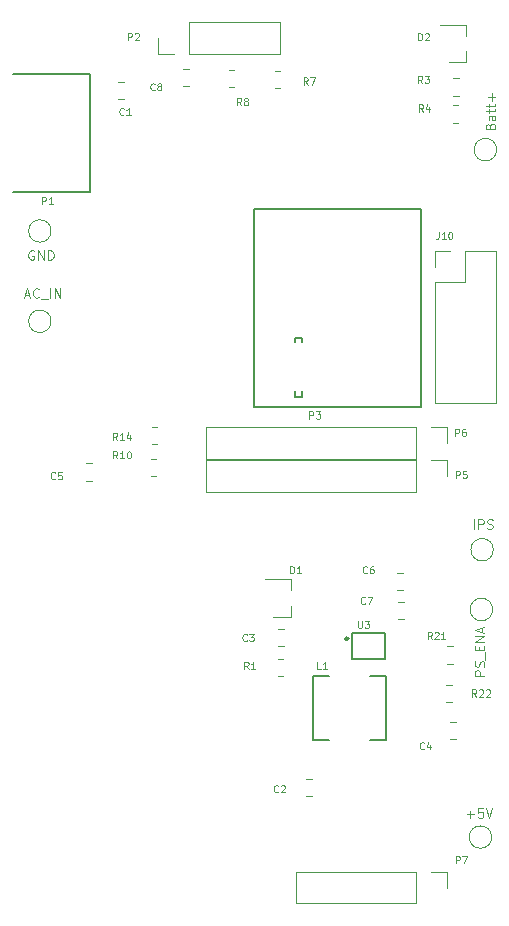
<source format=gbr>
%TF.GenerationSoftware,KiCad,Pcbnew,7.0.10*%
%TF.CreationDate,2025-01-07T15:59:30-07:00*%
%TF.ProjectId,HATA_ver_8.3.1,48415441-5f76-4657-925f-382e332e312e,8.3.1*%
%TF.SameCoordinates,Original*%
%TF.FileFunction,Legend,Top*%
%TF.FilePolarity,Positive*%
%FSLAX46Y46*%
G04 Gerber Fmt 4.6, Leading zero omitted, Abs format (unit mm)*
G04 Created by KiCad (PCBNEW 7.0.10) date 2025-01-07 15:59:30*
%MOMM*%
%LPD*%
G01*
G04 APERTURE LIST*
%ADD10C,0.100000*%
%ADD11C,0.120000*%
%ADD12C,0.150000*%
%ADD13C,0.237697*%
G04 APERTURE END LIST*
D10*
X240175847Y-110867143D02*
X240213942Y-110752857D01*
X240213942Y-110752857D02*
X240252038Y-110714762D01*
X240252038Y-110714762D02*
X240328228Y-110676666D01*
X240328228Y-110676666D02*
X240442514Y-110676666D01*
X240442514Y-110676666D02*
X240518704Y-110714762D01*
X240518704Y-110714762D02*
X240556800Y-110752857D01*
X240556800Y-110752857D02*
X240594895Y-110829047D01*
X240594895Y-110829047D02*
X240594895Y-111133809D01*
X240594895Y-111133809D02*
X239794895Y-111133809D01*
X239794895Y-111133809D02*
X239794895Y-110867143D01*
X239794895Y-110867143D02*
X239832990Y-110790952D01*
X239832990Y-110790952D02*
X239871085Y-110752857D01*
X239871085Y-110752857D02*
X239947276Y-110714762D01*
X239947276Y-110714762D02*
X240023466Y-110714762D01*
X240023466Y-110714762D02*
X240099657Y-110752857D01*
X240099657Y-110752857D02*
X240137752Y-110790952D01*
X240137752Y-110790952D02*
X240175847Y-110867143D01*
X240175847Y-110867143D02*
X240175847Y-111133809D01*
X240594895Y-109990952D02*
X240175847Y-109990952D01*
X240175847Y-109990952D02*
X240099657Y-110029047D01*
X240099657Y-110029047D02*
X240061561Y-110105238D01*
X240061561Y-110105238D02*
X240061561Y-110257619D01*
X240061561Y-110257619D02*
X240099657Y-110333809D01*
X240556800Y-109990952D02*
X240594895Y-110067143D01*
X240594895Y-110067143D02*
X240594895Y-110257619D01*
X240594895Y-110257619D02*
X240556800Y-110333809D01*
X240556800Y-110333809D02*
X240480609Y-110371905D01*
X240480609Y-110371905D02*
X240404419Y-110371905D01*
X240404419Y-110371905D02*
X240328228Y-110333809D01*
X240328228Y-110333809D02*
X240290133Y-110257619D01*
X240290133Y-110257619D02*
X240290133Y-110067143D01*
X240290133Y-110067143D02*
X240252038Y-109990952D01*
X240061561Y-109724285D02*
X240061561Y-109419523D01*
X239794895Y-109609999D02*
X240480609Y-109609999D01*
X240480609Y-109609999D02*
X240556800Y-109571904D01*
X240556800Y-109571904D02*
X240594895Y-109495714D01*
X240594895Y-109495714D02*
X240594895Y-109419523D01*
X240061561Y-109267142D02*
X240061561Y-108962380D01*
X239794895Y-109152856D02*
X240480609Y-109152856D01*
X240480609Y-109152856D02*
X240556800Y-109114761D01*
X240556800Y-109114761D02*
X240594895Y-109038571D01*
X240594895Y-109038571D02*
X240594895Y-108962380D01*
X240290133Y-108695713D02*
X240290133Y-108086190D01*
X240594895Y-108390951D02*
X239985371Y-108390951D01*
X201530476Y-121412990D02*
X201454286Y-121374895D01*
X201454286Y-121374895D02*
X201340000Y-121374895D01*
X201340000Y-121374895D02*
X201225714Y-121412990D01*
X201225714Y-121412990D02*
X201149524Y-121489180D01*
X201149524Y-121489180D02*
X201111429Y-121565371D01*
X201111429Y-121565371D02*
X201073333Y-121717752D01*
X201073333Y-121717752D02*
X201073333Y-121832038D01*
X201073333Y-121832038D02*
X201111429Y-121984419D01*
X201111429Y-121984419D02*
X201149524Y-122060609D01*
X201149524Y-122060609D02*
X201225714Y-122136800D01*
X201225714Y-122136800D02*
X201340000Y-122174895D01*
X201340000Y-122174895D02*
X201416191Y-122174895D01*
X201416191Y-122174895D02*
X201530476Y-122136800D01*
X201530476Y-122136800D02*
X201568572Y-122098704D01*
X201568572Y-122098704D02*
X201568572Y-121832038D01*
X201568572Y-121832038D02*
X201416191Y-121832038D01*
X201911429Y-122174895D02*
X201911429Y-121374895D01*
X201911429Y-121374895D02*
X202368572Y-122174895D01*
X202368572Y-122174895D02*
X202368572Y-121374895D01*
X202749524Y-122174895D02*
X202749524Y-121374895D01*
X202749524Y-121374895D02*
X202940000Y-121374895D01*
X202940000Y-121374895D02*
X203054286Y-121412990D01*
X203054286Y-121412990D02*
X203130476Y-121489180D01*
X203130476Y-121489180D02*
X203168571Y-121565371D01*
X203168571Y-121565371D02*
X203206667Y-121717752D01*
X203206667Y-121717752D02*
X203206667Y-121832038D01*
X203206667Y-121832038D02*
X203168571Y-121984419D01*
X203168571Y-121984419D02*
X203130476Y-122060609D01*
X203130476Y-122060609D02*
X203054286Y-122136800D01*
X203054286Y-122136800D02*
X202940000Y-122174895D01*
X202940000Y-122174895D02*
X202749524Y-122174895D01*
X238769048Y-144954895D02*
X238769048Y-144154895D01*
X239150000Y-144954895D02*
X239150000Y-144154895D01*
X239150000Y-144154895D02*
X239454762Y-144154895D01*
X239454762Y-144154895D02*
X239530952Y-144192990D01*
X239530952Y-144192990D02*
X239569047Y-144231085D01*
X239569047Y-144231085D02*
X239607143Y-144307276D01*
X239607143Y-144307276D02*
X239607143Y-144421561D01*
X239607143Y-144421561D02*
X239569047Y-144497752D01*
X239569047Y-144497752D02*
X239530952Y-144535847D01*
X239530952Y-144535847D02*
X239454762Y-144573942D01*
X239454762Y-144573942D02*
X239150000Y-144573942D01*
X239911904Y-144916800D02*
X240026190Y-144954895D01*
X240026190Y-144954895D02*
X240216666Y-144954895D01*
X240216666Y-144954895D02*
X240292857Y-144916800D01*
X240292857Y-144916800D02*
X240330952Y-144878704D01*
X240330952Y-144878704D02*
X240369047Y-144802514D01*
X240369047Y-144802514D02*
X240369047Y-144726323D01*
X240369047Y-144726323D02*
X240330952Y-144650133D01*
X240330952Y-144650133D02*
X240292857Y-144612038D01*
X240292857Y-144612038D02*
X240216666Y-144573942D01*
X240216666Y-144573942D02*
X240064285Y-144535847D01*
X240064285Y-144535847D02*
X239988095Y-144497752D01*
X239988095Y-144497752D02*
X239950000Y-144459657D01*
X239950000Y-144459657D02*
X239911904Y-144383466D01*
X239911904Y-144383466D02*
X239911904Y-144307276D01*
X239911904Y-144307276D02*
X239950000Y-144231085D01*
X239950000Y-144231085D02*
X239988095Y-144192990D01*
X239988095Y-144192990D02*
X240064285Y-144154895D01*
X240064285Y-144154895D02*
X240254762Y-144154895D01*
X240254762Y-144154895D02*
X240369047Y-144192990D01*
X238191429Y-169110133D02*
X238800953Y-169110133D01*
X238496191Y-169414895D02*
X238496191Y-168805371D01*
X239562857Y-168614895D02*
X239181905Y-168614895D01*
X239181905Y-168614895D02*
X239143809Y-168995847D01*
X239143809Y-168995847D02*
X239181905Y-168957752D01*
X239181905Y-168957752D02*
X239258095Y-168919657D01*
X239258095Y-168919657D02*
X239448571Y-168919657D01*
X239448571Y-168919657D02*
X239524762Y-168957752D01*
X239524762Y-168957752D02*
X239562857Y-168995847D01*
X239562857Y-168995847D02*
X239600952Y-169072038D01*
X239600952Y-169072038D02*
X239600952Y-169262514D01*
X239600952Y-169262514D02*
X239562857Y-169338704D01*
X239562857Y-169338704D02*
X239524762Y-169376800D01*
X239524762Y-169376800D02*
X239448571Y-169414895D01*
X239448571Y-169414895D02*
X239258095Y-169414895D01*
X239258095Y-169414895D02*
X239181905Y-169376800D01*
X239181905Y-169376800D02*
X239143809Y-169338704D01*
X239829524Y-168614895D02*
X240096191Y-169414895D01*
X240096191Y-169414895D02*
X240362857Y-168614895D01*
X200775238Y-125156323D02*
X201156191Y-125156323D01*
X200699048Y-125384895D02*
X200965715Y-124584895D01*
X200965715Y-124584895D02*
X201232381Y-125384895D01*
X201956191Y-125308704D02*
X201918095Y-125346800D01*
X201918095Y-125346800D02*
X201803810Y-125384895D01*
X201803810Y-125384895D02*
X201727619Y-125384895D01*
X201727619Y-125384895D02*
X201613333Y-125346800D01*
X201613333Y-125346800D02*
X201537143Y-125270609D01*
X201537143Y-125270609D02*
X201499048Y-125194419D01*
X201499048Y-125194419D02*
X201460952Y-125042038D01*
X201460952Y-125042038D02*
X201460952Y-124927752D01*
X201460952Y-124927752D02*
X201499048Y-124775371D01*
X201499048Y-124775371D02*
X201537143Y-124699180D01*
X201537143Y-124699180D02*
X201613333Y-124622990D01*
X201613333Y-124622990D02*
X201727619Y-124584895D01*
X201727619Y-124584895D02*
X201803810Y-124584895D01*
X201803810Y-124584895D02*
X201918095Y-124622990D01*
X201918095Y-124622990D02*
X201956191Y-124661085D01*
X202108572Y-125461085D02*
X202718095Y-125461085D01*
X202908572Y-125384895D02*
X202908572Y-124584895D01*
X203289524Y-125384895D02*
X203289524Y-124584895D01*
X203289524Y-124584895D02*
X203746667Y-125384895D01*
X203746667Y-125384895D02*
X203746667Y-124584895D01*
X239684895Y-157399047D02*
X238884895Y-157399047D01*
X238884895Y-157399047D02*
X238884895Y-157094285D01*
X238884895Y-157094285D02*
X238922990Y-157018095D01*
X238922990Y-157018095D02*
X238961085Y-156980000D01*
X238961085Y-156980000D02*
X239037276Y-156941904D01*
X239037276Y-156941904D02*
X239151561Y-156941904D01*
X239151561Y-156941904D02*
X239227752Y-156980000D01*
X239227752Y-156980000D02*
X239265847Y-157018095D01*
X239265847Y-157018095D02*
X239303942Y-157094285D01*
X239303942Y-157094285D02*
X239303942Y-157399047D01*
X239646800Y-156637143D02*
X239684895Y-156522857D01*
X239684895Y-156522857D02*
X239684895Y-156332381D01*
X239684895Y-156332381D02*
X239646800Y-156256190D01*
X239646800Y-156256190D02*
X239608704Y-156218095D01*
X239608704Y-156218095D02*
X239532514Y-156180000D01*
X239532514Y-156180000D02*
X239456323Y-156180000D01*
X239456323Y-156180000D02*
X239380133Y-156218095D01*
X239380133Y-156218095D02*
X239342038Y-156256190D01*
X239342038Y-156256190D02*
X239303942Y-156332381D01*
X239303942Y-156332381D02*
X239265847Y-156484762D01*
X239265847Y-156484762D02*
X239227752Y-156560952D01*
X239227752Y-156560952D02*
X239189657Y-156599047D01*
X239189657Y-156599047D02*
X239113466Y-156637143D01*
X239113466Y-156637143D02*
X239037276Y-156637143D01*
X239037276Y-156637143D02*
X238961085Y-156599047D01*
X238961085Y-156599047D02*
X238922990Y-156560952D01*
X238922990Y-156560952D02*
X238884895Y-156484762D01*
X238884895Y-156484762D02*
X238884895Y-156294285D01*
X238884895Y-156294285D02*
X238922990Y-156180000D01*
X239761085Y-156027619D02*
X239761085Y-155418095D01*
X239265847Y-155227618D02*
X239265847Y-154960952D01*
X239684895Y-154846666D02*
X239684895Y-155227618D01*
X239684895Y-155227618D02*
X238884895Y-155227618D01*
X238884895Y-155227618D02*
X238884895Y-154846666D01*
X239684895Y-154503808D02*
X238884895Y-154503808D01*
X238884895Y-154503808D02*
X239684895Y-154046665D01*
X239684895Y-154046665D02*
X238884895Y-154046665D01*
X239456323Y-153703809D02*
X239456323Y-153322856D01*
X239684895Y-153779999D02*
X238884895Y-153513332D01*
X238884895Y-153513332D02*
X239684895Y-153246666D01*
X219710000Y-156822371D02*
X219510000Y-156536657D01*
X219367143Y-156822371D02*
X219367143Y-156222371D01*
X219367143Y-156222371D02*
X219595714Y-156222371D01*
X219595714Y-156222371D02*
X219652857Y-156250942D01*
X219652857Y-156250942D02*
X219681428Y-156279514D01*
X219681428Y-156279514D02*
X219710000Y-156336657D01*
X219710000Y-156336657D02*
X219710000Y-156422371D01*
X219710000Y-156422371D02*
X219681428Y-156479514D01*
X219681428Y-156479514D02*
X219652857Y-156508085D01*
X219652857Y-156508085D02*
X219595714Y-156536657D01*
X219595714Y-156536657D02*
X219367143Y-156536657D01*
X220281428Y-156822371D02*
X219938571Y-156822371D01*
X220110000Y-156822371D02*
X220110000Y-156222371D01*
X220110000Y-156222371D02*
X220052857Y-156308085D01*
X220052857Y-156308085D02*
X219995714Y-156365228D01*
X219995714Y-156365228D02*
X219938571Y-156393800D01*
X223247143Y-148732371D02*
X223247143Y-148132371D01*
X223247143Y-148132371D02*
X223390000Y-148132371D01*
X223390000Y-148132371D02*
X223475714Y-148160942D01*
X223475714Y-148160942D02*
X223532857Y-148218085D01*
X223532857Y-148218085D02*
X223561428Y-148275228D01*
X223561428Y-148275228D02*
X223590000Y-148389514D01*
X223590000Y-148389514D02*
X223590000Y-148475228D01*
X223590000Y-148475228D02*
X223561428Y-148589514D01*
X223561428Y-148589514D02*
X223532857Y-148646657D01*
X223532857Y-148646657D02*
X223475714Y-148703800D01*
X223475714Y-148703800D02*
X223390000Y-148732371D01*
X223390000Y-148732371D02*
X223247143Y-148732371D01*
X224161428Y-148732371D02*
X223818571Y-148732371D01*
X223990000Y-148732371D02*
X223990000Y-148132371D01*
X223990000Y-148132371D02*
X223932857Y-148218085D01*
X223932857Y-148218085D02*
X223875714Y-148275228D01*
X223875714Y-148275228D02*
X223818571Y-148303800D01*
X234570000Y-163575228D02*
X234541428Y-163603800D01*
X234541428Y-163603800D02*
X234455714Y-163632371D01*
X234455714Y-163632371D02*
X234398571Y-163632371D01*
X234398571Y-163632371D02*
X234312857Y-163603800D01*
X234312857Y-163603800D02*
X234255714Y-163546657D01*
X234255714Y-163546657D02*
X234227143Y-163489514D01*
X234227143Y-163489514D02*
X234198571Y-163375228D01*
X234198571Y-163375228D02*
X234198571Y-163289514D01*
X234198571Y-163289514D02*
X234227143Y-163175228D01*
X234227143Y-163175228D02*
X234255714Y-163118085D01*
X234255714Y-163118085D02*
X234312857Y-163060942D01*
X234312857Y-163060942D02*
X234398571Y-163032371D01*
X234398571Y-163032371D02*
X234455714Y-163032371D01*
X234455714Y-163032371D02*
X234541428Y-163060942D01*
X234541428Y-163060942D02*
X234570000Y-163089514D01*
X235084286Y-163232371D02*
X235084286Y-163632371D01*
X234941428Y-163003800D02*
X234798571Y-163432371D01*
X234798571Y-163432371D02*
X235170000Y-163432371D01*
X209150000Y-109855228D02*
X209121428Y-109883800D01*
X209121428Y-109883800D02*
X209035714Y-109912371D01*
X209035714Y-109912371D02*
X208978571Y-109912371D01*
X208978571Y-109912371D02*
X208892857Y-109883800D01*
X208892857Y-109883800D02*
X208835714Y-109826657D01*
X208835714Y-109826657D02*
X208807143Y-109769514D01*
X208807143Y-109769514D02*
X208778571Y-109655228D01*
X208778571Y-109655228D02*
X208778571Y-109569514D01*
X208778571Y-109569514D02*
X208807143Y-109455228D01*
X208807143Y-109455228D02*
X208835714Y-109398085D01*
X208835714Y-109398085D02*
X208892857Y-109340942D01*
X208892857Y-109340942D02*
X208978571Y-109312371D01*
X208978571Y-109312371D02*
X209035714Y-109312371D01*
X209035714Y-109312371D02*
X209121428Y-109340942D01*
X209121428Y-109340942D02*
X209150000Y-109369514D01*
X209721428Y-109912371D02*
X209378571Y-109912371D01*
X209550000Y-109912371D02*
X209550000Y-109312371D01*
X209550000Y-109312371D02*
X209492857Y-109398085D01*
X209492857Y-109398085D02*
X209435714Y-109455228D01*
X209435714Y-109455228D02*
X209378571Y-109483800D01*
X224720000Y-107332371D02*
X224520000Y-107046657D01*
X224377143Y-107332371D02*
X224377143Y-106732371D01*
X224377143Y-106732371D02*
X224605714Y-106732371D01*
X224605714Y-106732371D02*
X224662857Y-106760942D01*
X224662857Y-106760942D02*
X224691428Y-106789514D01*
X224691428Y-106789514D02*
X224720000Y-106846657D01*
X224720000Y-106846657D02*
X224720000Y-106932371D01*
X224720000Y-106932371D02*
X224691428Y-106989514D01*
X224691428Y-106989514D02*
X224662857Y-107018085D01*
X224662857Y-107018085D02*
X224605714Y-107046657D01*
X224605714Y-107046657D02*
X224377143Y-107046657D01*
X224920000Y-106732371D02*
X225320000Y-106732371D01*
X225320000Y-106732371D02*
X225062857Y-107332371D01*
X224867143Y-135612371D02*
X224867143Y-135012371D01*
X224867143Y-135012371D02*
X225095714Y-135012371D01*
X225095714Y-135012371D02*
X225152857Y-135040942D01*
X225152857Y-135040942D02*
X225181428Y-135069514D01*
X225181428Y-135069514D02*
X225210000Y-135126657D01*
X225210000Y-135126657D02*
X225210000Y-135212371D01*
X225210000Y-135212371D02*
X225181428Y-135269514D01*
X225181428Y-135269514D02*
X225152857Y-135298085D01*
X225152857Y-135298085D02*
X225095714Y-135326657D01*
X225095714Y-135326657D02*
X224867143Y-135326657D01*
X225410000Y-135012371D02*
X225781428Y-135012371D01*
X225781428Y-135012371D02*
X225581428Y-135240942D01*
X225581428Y-135240942D02*
X225667143Y-135240942D01*
X225667143Y-135240942D02*
X225724286Y-135269514D01*
X225724286Y-135269514D02*
X225752857Y-135298085D01*
X225752857Y-135298085D02*
X225781428Y-135355228D01*
X225781428Y-135355228D02*
X225781428Y-135498085D01*
X225781428Y-135498085D02*
X225752857Y-135555228D01*
X225752857Y-135555228D02*
X225724286Y-135583800D01*
X225724286Y-135583800D02*
X225667143Y-135612371D01*
X225667143Y-135612371D02*
X225495714Y-135612371D01*
X225495714Y-135612371D02*
X225438571Y-135583800D01*
X225438571Y-135583800D02*
X225410000Y-135555228D01*
X234490000Y-109622371D02*
X234290000Y-109336657D01*
X234147143Y-109622371D02*
X234147143Y-109022371D01*
X234147143Y-109022371D02*
X234375714Y-109022371D01*
X234375714Y-109022371D02*
X234432857Y-109050942D01*
X234432857Y-109050942D02*
X234461428Y-109079514D01*
X234461428Y-109079514D02*
X234490000Y-109136657D01*
X234490000Y-109136657D02*
X234490000Y-109222371D01*
X234490000Y-109222371D02*
X234461428Y-109279514D01*
X234461428Y-109279514D02*
X234432857Y-109308085D01*
X234432857Y-109308085D02*
X234375714Y-109336657D01*
X234375714Y-109336657D02*
X234147143Y-109336657D01*
X235004286Y-109222371D02*
X235004286Y-109622371D01*
X234861428Y-108993800D02*
X234718571Y-109422371D01*
X234718571Y-109422371D02*
X235090000Y-109422371D01*
X237217143Y-137082371D02*
X237217143Y-136482371D01*
X237217143Y-136482371D02*
X237445714Y-136482371D01*
X237445714Y-136482371D02*
X237502857Y-136510942D01*
X237502857Y-136510942D02*
X237531428Y-136539514D01*
X237531428Y-136539514D02*
X237560000Y-136596657D01*
X237560000Y-136596657D02*
X237560000Y-136682371D01*
X237560000Y-136682371D02*
X237531428Y-136739514D01*
X237531428Y-136739514D02*
X237502857Y-136768085D01*
X237502857Y-136768085D02*
X237445714Y-136796657D01*
X237445714Y-136796657D02*
X237217143Y-136796657D01*
X238074286Y-136482371D02*
X237960000Y-136482371D01*
X237960000Y-136482371D02*
X237902857Y-136510942D01*
X237902857Y-136510942D02*
X237874286Y-136539514D01*
X237874286Y-136539514D02*
X237817143Y-136625228D01*
X237817143Y-136625228D02*
X237788571Y-136739514D01*
X237788571Y-136739514D02*
X237788571Y-136968085D01*
X237788571Y-136968085D02*
X237817143Y-137025228D01*
X237817143Y-137025228D02*
X237845714Y-137053800D01*
X237845714Y-137053800D02*
X237902857Y-137082371D01*
X237902857Y-137082371D02*
X238017143Y-137082371D01*
X238017143Y-137082371D02*
X238074286Y-137053800D01*
X238074286Y-137053800D02*
X238102857Y-137025228D01*
X238102857Y-137025228D02*
X238131428Y-136968085D01*
X238131428Y-136968085D02*
X238131428Y-136825228D01*
X238131428Y-136825228D02*
X238102857Y-136768085D01*
X238102857Y-136768085D02*
X238074286Y-136739514D01*
X238074286Y-136739514D02*
X238017143Y-136710942D01*
X238017143Y-136710942D02*
X237902857Y-136710942D01*
X237902857Y-136710942D02*
X237845714Y-136739514D01*
X237845714Y-136739514D02*
X237817143Y-136768085D01*
X237817143Y-136768085D02*
X237788571Y-136825228D01*
X208614285Y-138982371D02*
X208414285Y-138696657D01*
X208271428Y-138982371D02*
X208271428Y-138382371D01*
X208271428Y-138382371D02*
X208499999Y-138382371D01*
X208499999Y-138382371D02*
X208557142Y-138410942D01*
X208557142Y-138410942D02*
X208585713Y-138439514D01*
X208585713Y-138439514D02*
X208614285Y-138496657D01*
X208614285Y-138496657D02*
X208614285Y-138582371D01*
X208614285Y-138582371D02*
X208585713Y-138639514D01*
X208585713Y-138639514D02*
X208557142Y-138668085D01*
X208557142Y-138668085D02*
X208499999Y-138696657D01*
X208499999Y-138696657D02*
X208271428Y-138696657D01*
X209185713Y-138982371D02*
X208842856Y-138982371D01*
X209014285Y-138982371D02*
X209014285Y-138382371D01*
X209014285Y-138382371D02*
X208957142Y-138468085D01*
X208957142Y-138468085D02*
X208899999Y-138525228D01*
X208899999Y-138525228D02*
X208842856Y-138553800D01*
X209557142Y-138382371D02*
X209614285Y-138382371D01*
X209614285Y-138382371D02*
X209671428Y-138410942D01*
X209671428Y-138410942D02*
X209700000Y-138439514D01*
X209700000Y-138439514D02*
X209728571Y-138496657D01*
X209728571Y-138496657D02*
X209757142Y-138610942D01*
X209757142Y-138610942D02*
X209757142Y-138753800D01*
X209757142Y-138753800D02*
X209728571Y-138868085D01*
X209728571Y-138868085D02*
X209700000Y-138925228D01*
X209700000Y-138925228D02*
X209671428Y-138953800D01*
X209671428Y-138953800D02*
X209614285Y-138982371D01*
X209614285Y-138982371D02*
X209557142Y-138982371D01*
X209557142Y-138982371D02*
X209500000Y-138953800D01*
X209500000Y-138953800D02*
X209471428Y-138925228D01*
X209471428Y-138925228D02*
X209442857Y-138868085D01*
X209442857Y-138868085D02*
X209414285Y-138753800D01*
X209414285Y-138753800D02*
X209414285Y-138610942D01*
X209414285Y-138610942D02*
X209442857Y-138496657D01*
X209442857Y-138496657D02*
X209471428Y-138439514D01*
X209471428Y-138439514D02*
X209500000Y-138410942D01*
X209500000Y-138410942D02*
X209557142Y-138382371D01*
X229590000Y-151245228D02*
X229561428Y-151273800D01*
X229561428Y-151273800D02*
X229475714Y-151302371D01*
X229475714Y-151302371D02*
X229418571Y-151302371D01*
X229418571Y-151302371D02*
X229332857Y-151273800D01*
X229332857Y-151273800D02*
X229275714Y-151216657D01*
X229275714Y-151216657D02*
X229247143Y-151159514D01*
X229247143Y-151159514D02*
X229218571Y-151045228D01*
X229218571Y-151045228D02*
X229218571Y-150959514D01*
X229218571Y-150959514D02*
X229247143Y-150845228D01*
X229247143Y-150845228D02*
X229275714Y-150788085D01*
X229275714Y-150788085D02*
X229332857Y-150730942D01*
X229332857Y-150730942D02*
X229418571Y-150702371D01*
X229418571Y-150702371D02*
X229475714Y-150702371D01*
X229475714Y-150702371D02*
X229561428Y-150730942D01*
X229561428Y-150730942D02*
X229590000Y-150759514D01*
X229790000Y-150702371D02*
X230190000Y-150702371D01*
X230190000Y-150702371D02*
X229932857Y-151302371D01*
X237277143Y-173282371D02*
X237277143Y-172682371D01*
X237277143Y-172682371D02*
X237505714Y-172682371D01*
X237505714Y-172682371D02*
X237562857Y-172710942D01*
X237562857Y-172710942D02*
X237591428Y-172739514D01*
X237591428Y-172739514D02*
X237620000Y-172796657D01*
X237620000Y-172796657D02*
X237620000Y-172882371D01*
X237620000Y-172882371D02*
X237591428Y-172939514D01*
X237591428Y-172939514D02*
X237562857Y-172968085D01*
X237562857Y-172968085D02*
X237505714Y-172996657D01*
X237505714Y-172996657D02*
X237277143Y-172996657D01*
X237820000Y-172682371D02*
X238220000Y-172682371D01*
X238220000Y-172682371D02*
X237962857Y-173282371D01*
X228982857Y-152752371D02*
X228982857Y-153238085D01*
X228982857Y-153238085D02*
X229011428Y-153295228D01*
X229011428Y-153295228D02*
X229040000Y-153323800D01*
X229040000Y-153323800D02*
X229097142Y-153352371D01*
X229097142Y-153352371D02*
X229211428Y-153352371D01*
X229211428Y-153352371D02*
X229268571Y-153323800D01*
X229268571Y-153323800D02*
X229297142Y-153295228D01*
X229297142Y-153295228D02*
X229325714Y-153238085D01*
X229325714Y-153238085D02*
X229325714Y-152752371D01*
X229554285Y-152752371D02*
X229925713Y-152752371D01*
X229925713Y-152752371D02*
X229725713Y-152980942D01*
X229725713Y-152980942D02*
X229811428Y-152980942D01*
X229811428Y-152980942D02*
X229868571Y-153009514D01*
X229868571Y-153009514D02*
X229897142Y-153038085D01*
X229897142Y-153038085D02*
X229925713Y-153095228D01*
X229925713Y-153095228D02*
X229925713Y-153238085D01*
X229925713Y-153238085D02*
X229897142Y-153295228D01*
X229897142Y-153295228D02*
X229868571Y-153323800D01*
X229868571Y-153323800D02*
X229811428Y-153352371D01*
X229811428Y-153352371D02*
X229639999Y-153352371D01*
X229639999Y-153352371D02*
X229582856Y-153323800D01*
X229582856Y-153323800D02*
X229554285Y-153295228D01*
X235234285Y-154292371D02*
X235034285Y-154006657D01*
X234891428Y-154292371D02*
X234891428Y-153692371D01*
X234891428Y-153692371D02*
X235119999Y-153692371D01*
X235119999Y-153692371D02*
X235177142Y-153720942D01*
X235177142Y-153720942D02*
X235205713Y-153749514D01*
X235205713Y-153749514D02*
X235234285Y-153806657D01*
X235234285Y-153806657D02*
X235234285Y-153892371D01*
X235234285Y-153892371D02*
X235205713Y-153949514D01*
X235205713Y-153949514D02*
X235177142Y-153978085D01*
X235177142Y-153978085D02*
X235119999Y-154006657D01*
X235119999Y-154006657D02*
X234891428Y-154006657D01*
X235462856Y-153749514D02*
X235491428Y-153720942D01*
X235491428Y-153720942D02*
X235548571Y-153692371D01*
X235548571Y-153692371D02*
X235691428Y-153692371D01*
X235691428Y-153692371D02*
X235748571Y-153720942D01*
X235748571Y-153720942D02*
X235777142Y-153749514D01*
X235777142Y-153749514D02*
X235805713Y-153806657D01*
X235805713Y-153806657D02*
X235805713Y-153863800D01*
X235805713Y-153863800D02*
X235777142Y-153949514D01*
X235777142Y-153949514D02*
X235434285Y-154292371D01*
X235434285Y-154292371D02*
X235805713Y-154292371D01*
X236377142Y-154292371D02*
X236034285Y-154292371D01*
X236205714Y-154292371D02*
X236205714Y-153692371D01*
X236205714Y-153692371D02*
X236148571Y-153778085D01*
X236148571Y-153778085D02*
X236091428Y-153835228D01*
X236091428Y-153835228D02*
X236034285Y-153863800D01*
X237277143Y-140662371D02*
X237277143Y-140062371D01*
X237277143Y-140062371D02*
X237505714Y-140062371D01*
X237505714Y-140062371D02*
X237562857Y-140090942D01*
X237562857Y-140090942D02*
X237591428Y-140119514D01*
X237591428Y-140119514D02*
X237620000Y-140176657D01*
X237620000Y-140176657D02*
X237620000Y-140262371D01*
X237620000Y-140262371D02*
X237591428Y-140319514D01*
X237591428Y-140319514D02*
X237562857Y-140348085D01*
X237562857Y-140348085D02*
X237505714Y-140376657D01*
X237505714Y-140376657D02*
X237277143Y-140376657D01*
X238162857Y-140062371D02*
X237877143Y-140062371D01*
X237877143Y-140062371D02*
X237848571Y-140348085D01*
X237848571Y-140348085D02*
X237877143Y-140319514D01*
X237877143Y-140319514D02*
X237934286Y-140290942D01*
X237934286Y-140290942D02*
X238077143Y-140290942D01*
X238077143Y-140290942D02*
X238134286Y-140319514D01*
X238134286Y-140319514D02*
X238162857Y-140348085D01*
X238162857Y-140348085D02*
X238191428Y-140405228D01*
X238191428Y-140405228D02*
X238191428Y-140548085D01*
X238191428Y-140548085D02*
X238162857Y-140605228D01*
X238162857Y-140605228D02*
X238134286Y-140633800D01*
X238134286Y-140633800D02*
X238077143Y-140662371D01*
X238077143Y-140662371D02*
X237934286Y-140662371D01*
X237934286Y-140662371D02*
X237877143Y-140633800D01*
X237877143Y-140633800D02*
X237848571Y-140605228D01*
X203340000Y-140695228D02*
X203311428Y-140723800D01*
X203311428Y-140723800D02*
X203225714Y-140752371D01*
X203225714Y-140752371D02*
X203168571Y-140752371D01*
X203168571Y-140752371D02*
X203082857Y-140723800D01*
X203082857Y-140723800D02*
X203025714Y-140666657D01*
X203025714Y-140666657D02*
X202997143Y-140609514D01*
X202997143Y-140609514D02*
X202968571Y-140495228D01*
X202968571Y-140495228D02*
X202968571Y-140409514D01*
X202968571Y-140409514D02*
X202997143Y-140295228D01*
X202997143Y-140295228D02*
X203025714Y-140238085D01*
X203025714Y-140238085D02*
X203082857Y-140180942D01*
X203082857Y-140180942D02*
X203168571Y-140152371D01*
X203168571Y-140152371D02*
X203225714Y-140152371D01*
X203225714Y-140152371D02*
X203311428Y-140180942D01*
X203311428Y-140180942D02*
X203340000Y-140209514D01*
X203882857Y-140152371D02*
X203597143Y-140152371D01*
X203597143Y-140152371D02*
X203568571Y-140438085D01*
X203568571Y-140438085D02*
X203597143Y-140409514D01*
X203597143Y-140409514D02*
X203654286Y-140380942D01*
X203654286Y-140380942D02*
X203797143Y-140380942D01*
X203797143Y-140380942D02*
X203854286Y-140409514D01*
X203854286Y-140409514D02*
X203882857Y-140438085D01*
X203882857Y-140438085D02*
X203911428Y-140495228D01*
X203911428Y-140495228D02*
X203911428Y-140638085D01*
X203911428Y-140638085D02*
X203882857Y-140695228D01*
X203882857Y-140695228D02*
X203854286Y-140723800D01*
X203854286Y-140723800D02*
X203797143Y-140752371D01*
X203797143Y-140752371D02*
X203654286Y-140752371D01*
X203654286Y-140752371D02*
X203597143Y-140723800D01*
X203597143Y-140723800D02*
X203568571Y-140695228D01*
X229740000Y-148675228D02*
X229711428Y-148703800D01*
X229711428Y-148703800D02*
X229625714Y-148732371D01*
X229625714Y-148732371D02*
X229568571Y-148732371D01*
X229568571Y-148732371D02*
X229482857Y-148703800D01*
X229482857Y-148703800D02*
X229425714Y-148646657D01*
X229425714Y-148646657D02*
X229397143Y-148589514D01*
X229397143Y-148589514D02*
X229368571Y-148475228D01*
X229368571Y-148475228D02*
X229368571Y-148389514D01*
X229368571Y-148389514D02*
X229397143Y-148275228D01*
X229397143Y-148275228D02*
X229425714Y-148218085D01*
X229425714Y-148218085D02*
X229482857Y-148160942D01*
X229482857Y-148160942D02*
X229568571Y-148132371D01*
X229568571Y-148132371D02*
X229625714Y-148132371D01*
X229625714Y-148132371D02*
X229711428Y-148160942D01*
X229711428Y-148160942D02*
X229740000Y-148189514D01*
X230254286Y-148132371D02*
X230140000Y-148132371D01*
X230140000Y-148132371D02*
X230082857Y-148160942D01*
X230082857Y-148160942D02*
X230054286Y-148189514D01*
X230054286Y-148189514D02*
X229997143Y-148275228D01*
X229997143Y-148275228D02*
X229968571Y-148389514D01*
X229968571Y-148389514D02*
X229968571Y-148618085D01*
X229968571Y-148618085D02*
X229997143Y-148675228D01*
X229997143Y-148675228D02*
X230025714Y-148703800D01*
X230025714Y-148703800D02*
X230082857Y-148732371D01*
X230082857Y-148732371D02*
X230197143Y-148732371D01*
X230197143Y-148732371D02*
X230254286Y-148703800D01*
X230254286Y-148703800D02*
X230282857Y-148675228D01*
X230282857Y-148675228D02*
X230311428Y-148618085D01*
X230311428Y-148618085D02*
X230311428Y-148475228D01*
X230311428Y-148475228D02*
X230282857Y-148418085D01*
X230282857Y-148418085D02*
X230254286Y-148389514D01*
X230254286Y-148389514D02*
X230197143Y-148360942D01*
X230197143Y-148360942D02*
X230082857Y-148360942D01*
X230082857Y-148360942D02*
X230025714Y-148389514D01*
X230025714Y-148389514D02*
X229997143Y-148418085D01*
X229997143Y-148418085D02*
X229968571Y-148475228D01*
X234077143Y-103602371D02*
X234077143Y-103002371D01*
X234077143Y-103002371D02*
X234220000Y-103002371D01*
X234220000Y-103002371D02*
X234305714Y-103030942D01*
X234305714Y-103030942D02*
X234362857Y-103088085D01*
X234362857Y-103088085D02*
X234391428Y-103145228D01*
X234391428Y-103145228D02*
X234420000Y-103259514D01*
X234420000Y-103259514D02*
X234420000Y-103345228D01*
X234420000Y-103345228D02*
X234391428Y-103459514D01*
X234391428Y-103459514D02*
X234362857Y-103516657D01*
X234362857Y-103516657D02*
X234305714Y-103573800D01*
X234305714Y-103573800D02*
X234220000Y-103602371D01*
X234220000Y-103602371D02*
X234077143Y-103602371D01*
X234648571Y-103059514D02*
X234677143Y-103030942D01*
X234677143Y-103030942D02*
X234734286Y-103002371D01*
X234734286Y-103002371D02*
X234877143Y-103002371D01*
X234877143Y-103002371D02*
X234934286Y-103030942D01*
X234934286Y-103030942D02*
X234962857Y-103059514D01*
X234962857Y-103059514D02*
X234991428Y-103116657D01*
X234991428Y-103116657D02*
X234991428Y-103173800D01*
X234991428Y-103173800D02*
X234962857Y-103259514D01*
X234962857Y-103259514D02*
X234620000Y-103602371D01*
X234620000Y-103602371D02*
X234991428Y-103602371D01*
X235804285Y-119822371D02*
X235804285Y-120250942D01*
X235804285Y-120250942D02*
X235775714Y-120336657D01*
X235775714Y-120336657D02*
X235718571Y-120393800D01*
X235718571Y-120393800D02*
X235632857Y-120422371D01*
X235632857Y-120422371D02*
X235575714Y-120422371D01*
X236404285Y-120422371D02*
X236061428Y-120422371D01*
X236232857Y-120422371D02*
X236232857Y-119822371D01*
X236232857Y-119822371D02*
X236175714Y-119908085D01*
X236175714Y-119908085D02*
X236118571Y-119965228D01*
X236118571Y-119965228D02*
X236061428Y-119993800D01*
X236775714Y-119822371D02*
X236832857Y-119822371D01*
X236832857Y-119822371D02*
X236890000Y-119850942D01*
X236890000Y-119850942D02*
X236918572Y-119879514D01*
X236918572Y-119879514D02*
X236947143Y-119936657D01*
X236947143Y-119936657D02*
X236975714Y-120050942D01*
X236975714Y-120050942D02*
X236975714Y-120193800D01*
X236975714Y-120193800D02*
X236947143Y-120308085D01*
X236947143Y-120308085D02*
X236918572Y-120365228D01*
X236918572Y-120365228D02*
X236890000Y-120393800D01*
X236890000Y-120393800D02*
X236832857Y-120422371D01*
X236832857Y-120422371D02*
X236775714Y-120422371D01*
X236775714Y-120422371D02*
X236718572Y-120393800D01*
X236718572Y-120393800D02*
X236690000Y-120365228D01*
X236690000Y-120365228D02*
X236661429Y-120308085D01*
X236661429Y-120308085D02*
X236632857Y-120193800D01*
X236632857Y-120193800D02*
X236632857Y-120050942D01*
X236632857Y-120050942D02*
X236661429Y-119936657D01*
X236661429Y-119936657D02*
X236690000Y-119879514D01*
X236690000Y-119879514D02*
X236718572Y-119850942D01*
X236718572Y-119850942D02*
X236775714Y-119822371D01*
X209517143Y-103562371D02*
X209517143Y-102962371D01*
X209517143Y-102962371D02*
X209745714Y-102962371D01*
X209745714Y-102962371D02*
X209802857Y-102990942D01*
X209802857Y-102990942D02*
X209831428Y-103019514D01*
X209831428Y-103019514D02*
X209860000Y-103076657D01*
X209860000Y-103076657D02*
X209860000Y-103162371D01*
X209860000Y-103162371D02*
X209831428Y-103219514D01*
X209831428Y-103219514D02*
X209802857Y-103248085D01*
X209802857Y-103248085D02*
X209745714Y-103276657D01*
X209745714Y-103276657D02*
X209517143Y-103276657D01*
X210088571Y-103019514D02*
X210117143Y-102990942D01*
X210117143Y-102990942D02*
X210174286Y-102962371D01*
X210174286Y-102962371D02*
X210317143Y-102962371D01*
X210317143Y-102962371D02*
X210374286Y-102990942D01*
X210374286Y-102990942D02*
X210402857Y-103019514D01*
X210402857Y-103019514D02*
X210431428Y-103076657D01*
X210431428Y-103076657D02*
X210431428Y-103133800D01*
X210431428Y-103133800D02*
X210402857Y-103219514D01*
X210402857Y-103219514D02*
X210060000Y-103562371D01*
X210060000Y-103562371D02*
X210431428Y-103562371D01*
X239004285Y-159152371D02*
X238804285Y-158866657D01*
X238661428Y-159152371D02*
X238661428Y-158552371D01*
X238661428Y-158552371D02*
X238889999Y-158552371D01*
X238889999Y-158552371D02*
X238947142Y-158580942D01*
X238947142Y-158580942D02*
X238975713Y-158609514D01*
X238975713Y-158609514D02*
X239004285Y-158666657D01*
X239004285Y-158666657D02*
X239004285Y-158752371D01*
X239004285Y-158752371D02*
X238975713Y-158809514D01*
X238975713Y-158809514D02*
X238947142Y-158838085D01*
X238947142Y-158838085D02*
X238889999Y-158866657D01*
X238889999Y-158866657D02*
X238661428Y-158866657D01*
X239232856Y-158609514D02*
X239261428Y-158580942D01*
X239261428Y-158580942D02*
X239318571Y-158552371D01*
X239318571Y-158552371D02*
X239461428Y-158552371D01*
X239461428Y-158552371D02*
X239518571Y-158580942D01*
X239518571Y-158580942D02*
X239547142Y-158609514D01*
X239547142Y-158609514D02*
X239575713Y-158666657D01*
X239575713Y-158666657D02*
X239575713Y-158723800D01*
X239575713Y-158723800D02*
X239547142Y-158809514D01*
X239547142Y-158809514D02*
X239204285Y-159152371D01*
X239204285Y-159152371D02*
X239575713Y-159152371D01*
X239804285Y-158609514D02*
X239832857Y-158580942D01*
X239832857Y-158580942D02*
X239890000Y-158552371D01*
X239890000Y-158552371D02*
X240032857Y-158552371D01*
X240032857Y-158552371D02*
X240090000Y-158580942D01*
X240090000Y-158580942D02*
X240118571Y-158609514D01*
X240118571Y-158609514D02*
X240147142Y-158666657D01*
X240147142Y-158666657D02*
X240147142Y-158723800D01*
X240147142Y-158723800D02*
X240118571Y-158809514D01*
X240118571Y-158809514D02*
X239775714Y-159152371D01*
X239775714Y-159152371D02*
X240147142Y-159152371D01*
X211770000Y-107775228D02*
X211741428Y-107803800D01*
X211741428Y-107803800D02*
X211655714Y-107832371D01*
X211655714Y-107832371D02*
X211598571Y-107832371D01*
X211598571Y-107832371D02*
X211512857Y-107803800D01*
X211512857Y-107803800D02*
X211455714Y-107746657D01*
X211455714Y-107746657D02*
X211427143Y-107689514D01*
X211427143Y-107689514D02*
X211398571Y-107575228D01*
X211398571Y-107575228D02*
X211398571Y-107489514D01*
X211398571Y-107489514D02*
X211427143Y-107375228D01*
X211427143Y-107375228D02*
X211455714Y-107318085D01*
X211455714Y-107318085D02*
X211512857Y-107260942D01*
X211512857Y-107260942D02*
X211598571Y-107232371D01*
X211598571Y-107232371D02*
X211655714Y-107232371D01*
X211655714Y-107232371D02*
X211741428Y-107260942D01*
X211741428Y-107260942D02*
X211770000Y-107289514D01*
X212112857Y-107489514D02*
X212055714Y-107460942D01*
X212055714Y-107460942D02*
X212027143Y-107432371D01*
X212027143Y-107432371D02*
X211998571Y-107375228D01*
X211998571Y-107375228D02*
X211998571Y-107346657D01*
X211998571Y-107346657D02*
X212027143Y-107289514D01*
X212027143Y-107289514D02*
X212055714Y-107260942D01*
X212055714Y-107260942D02*
X212112857Y-107232371D01*
X212112857Y-107232371D02*
X212227143Y-107232371D01*
X212227143Y-107232371D02*
X212284286Y-107260942D01*
X212284286Y-107260942D02*
X212312857Y-107289514D01*
X212312857Y-107289514D02*
X212341428Y-107346657D01*
X212341428Y-107346657D02*
X212341428Y-107375228D01*
X212341428Y-107375228D02*
X212312857Y-107432371D01*
X212312857Y-107432371D02*
X212284286Y-107460942D01*
X212284286Y-107460942D02*
X212227143Y-107489514D01*
X212227143Y-107489514D02*
X212112857Y-107489514D01*
X212112857Y-107489514D02*
X212055714Y-107518085D01*
X212055714Y-107518085D02*
X212027143Y-107546657D01*
X212027143Y-107546657D02*
X211998571Y-107603800D01*
X211998571Y-107603800D02*
X211998571Y-107718085D01*
X211998571Y-107718085D02*
X212027143Y-107775228D01*
X212027143Y-107775228D02*
X212055714Y-107803800D01*
X212055714Y-107803800D02*
X212112857Y-107832371D01*
X212112857Y-107832371D02*
X212227143Y-107832371D01*
X212227143Y-107832371D02*
X212284286Y-107803800D01*
X212284286Y-107803800D02*
X212312857Y-107775228D01*
X212312857Y-107775228D02*
X212341428Y-107718085D01*
X212341428Y-107718085D02*
X212341428Y-107603800D01*
X212341428Y-107603800D02*
X212312857Y-107546657D01*
X212312857Y-107546657D02*
X212284286Y-107518085D01*
X212284286Y-107518085D02*
X212227143Y-107489514D01*
X225820000Y-156822371D02*
X225534286Y-156822371D01*
X225534286Y-156822371D02*
X225534286Y-156222371D01*
X226334285Y-156822371D02*
X225991428Y-156822371D01*
X226162857Y-156822371D02*
X226162857Y-156222371D01*
X226162857Y-156222371D02*
X226105714Y-156308085D01*
X226105714Y-156308085D02*
X226048571Y-156365228D01*
X226048571Y-156365228D02*
X225991428Y-156393800D01*
X208584285Y-137422371D02*
X208384285Y-137136657D01*
X208241428Y-137422371D02*
X208241428Y-136822371D01*
X208241428Y-136822371D02*
X208469999Y-136822371D01*
X208469999Y-136822371D02*
X208527142Y-136850942D01*
X208527142Y-136850942D02*
X208555713Y-136879514D01*
X208555713Y-136879514D02*
X208584285Y-136936657D01*
X208584285Y-136936657D02*
X208584285Y-137022371D01*
X208584285Y-137022371D02*
X208555713Y-137079514D01*
X208555713Y-137079514D02*
X208527142Y-137108085D01*
X208527142Y-137108085D02*
X208469999Y-137136657D01*
X208469999Y-137136657D02*
X208241428Y-137136657D01*
X209155713Y-137422371D02*
X208812856Y-137422371D01*
X208984285Y-137422371D02*
X208984285Y-136822371D01*
X208984285Y-136822371D02*
X208927142Y-136908085D01*
X208927142Y-136908085D02*
X208869999Y-136965228D01*
X208869999Y-136965228D02*
X208812856Y-136993800D01*
X209670000Y-137022371D02*
X209670000Y-137422371D01*
X209527142Y-136793800D02*
X209384285Y-137222371D01*
X209384285Y-137222371D02*
X209755714Y-137222371D01*
X234420000Y-107212371D02*
X234220000Y-106926657D01*
X234077143Y-107212371D02*
X234077143Y-106612371D01*
X234077143Y-106612371D02*
X234305714Y-106612371D01*
X234305714Y-106612371D02*
X234362857Y-106640942D01*
X234362857Y-106640942D02*
X234391428Y-106669514D01*
X234391428Y-106669514D02*
X234420000Y-106726657D01*
X234420000Y-106726657D02*
X234420000Y-106812371D01*
X234420000Y-106812371D02*
X234391428Y-106869514D01*
X234391428Y-106869514D02*
X234362857Y-106898085D01*
X234362857Y-106898085D02*
X234305714Y-106926657D01*
X234305714Y-106926657D02*
X234077143Y-106926657D01*
X234620000Y-106612371D02*
X234991428Y-106612371D01*
X234991428Y-106612371D02*
X234791428Y-106840942D01*
X234791428Y-106840942D02*
X234877143Y-106840942D01*
X234877143Y-106840942D02*
X234934286Y-106869514D01*
X234934286Y-106869514D02*
X234962857Y-106898085D01*
X234962857Y-106898085D02*
X234991428Y-106955228D01*
X234991428Y-106955228D02*
X234991428Y-107098085D01*
X234991428Y-107098085D02*
X234962857Y-107155228D01*
X234962857Y-107155228D02*
X234934286Y-107183800D01*
X234934286Y-107183800D02*
X234877143Y-107212371D01*
X234877143Y-107212371D02*
X234705714Y-107212371D01*
X234705714Y-107212371D02*
X234648571Y-107183800D01*
X234648571Y-107183800D02*
X234620000Y-107155228D01*
X202227143Y-117462371D02*
X202227143Y-116862371D01*
X202227143Y-116862371D02*
X202455714Y-116862371D01*
X202455714Y-116862371D02*
X202512857Y-116890942D01*
X202512857Y-116890942D02*
X202541428Y-116919514D01*
X202541428Y-116919514D02*
X202570000Y-116976657D01*
X202570000Y-116976657D02*
X202570000Y-117062371D01*
X202570000Y-117062371D02*
X202541428Y-117119514D01*
X202541428Y-117119514D02*
X202512857Y-117148085D01*
X202512857Y-117148085D02*
X202455714Y-117176657D01*
X202455714Y-117176657D02*
X202227143Y-117176657D01*
X203141428Y-117462371D02*
X202798571Y-117462371D01*
X202970000Y-117462371D02*
X202970000Y-116862371D01*
X202970000Y-116862371D02*
X202912857Y-116948085D01*
X202912857Y-116948085D02*
X202855714Y-117005228D01*
X202855714Y-117005228D02*
X202798571Y-117033800D01*
X222220000Y-167215228D02*
X222191428Y-167243800D01*
X222191428Y-167243800D02*
X222105714Y-167272371D01*
X222105714Y-167272371D02*
X222048571Y-167272371D01*
X222048571Y-167272371D02*
X221962857Y-167243800D01*
X221962857Y-167243800D02*
X221905714Y-167186657D01*
X221905714Y-167186657D02*
X221877143Y-167129514D01*
X221877143Y-167129514D02*
X221848571Y-167015228D01*
X221848571Y-167015228D02*
X221848571Y-166929514D01*
X221848571Y-166929514D02*
X221877143Y-166815228D01*
X221877143Y-166815228D02*
X221905714Y-166758085D01*
X221905714Y-166758085D02*
X221962857Y-166700942D01*
X221962857Y-166700942D02*
X222048571Y-166672371D01*
X222048571Y-166672371D02*
X222105714Y-166672371D01*
X222105714Y-166672371D02*
X222191428Y-166700942D01*
X222191428Y-166700942D02*
X222220000Y-166729514D01*
X222448571Y-166729514D02*
X222477143Y-166700942D01*
X222477143Y-166700942D02*
X222534286Y-166672371D01*
X222534286Y-166672371D02*
X222677143Y-166672371D01*
X222677143Y-166672371D02*
X222734286Y-166700942D01*
X222734286Y-166700942D02*
X222762857Y-166729514D01*
X222762857Y-166729514D02*
X222791428Y-166786657D01*
X222791428Y-166786657D02*
X222791428Y-166843800D01*
X222791428Y-166843800D02*
X222762857Y-166929514D01*
X222762857Y-166929514D02*
X222420000Y-167272371D01*
X222420000Y-167272371D02*
X222791428Y-167272371D01*
X219570000Y-154405228D02*
X219541428Y-154433800D01*
X219541428Y-154433800D02*
X219455714Y-154462371D01*
X219455714Y-154462371D02*
X219398571Y-154462371D01*
X219398571Y-154462371D02*
X219312857Y-154433800D01*
X219312857Y-154433800D02*
X219255714Y-154376657D01*
X219255714Y-154376657D02*
X219227143Y-154319514D01*
X219227143Y-154319514D02*
X219198571Y-154205228D01*
X219198571Y-154205228D02*
X219198571Y-154119514D01*
X219198571Y-154119514D02*
X219227143Y-154005228D01*
X219227143Y-154005228D02*
X219255714Y-153948085D01*
X219255714Y-153948085D02*
X219312857Y-153890942D01*
X219312857Y-153890942D02*
X219398571Y-153862371D01*
X219398571Y-153862371D02*
X219455714Y-153862371D01*
X219455714Y-153862371D02*
X219541428Y-153890942D01*
X219541428Y-153890942D02*
X219570000Y-153919514D01*
X219770000Y-153862371D02*
X220141428Y-153862371D01*
X220141428Y-153862371D02*
X219941428Y-154090942D01*
X219941428Y-154090942D02*
X220027143Y-154090942D01*
X220027143Y-154090942D02*
X220084286Y-154119514D01*
X220084286Y-154119514D02*
X220112857Y-154148085D01*
X220112857Y-154148085D02*
X220141428Y-154205228D01*
X220141428Y-154205228D02*
X220141428Y-154348085D01*
X220141428Y-154348085D02*
X220112857Y-154405228D01*
X220112857Y-154405228D02*
X220084286Y-154433800D01*
X220084286Y-154433800D02*
X220027143Y-154462371D01*
X220027143Y-154462371D02*
X219855714Y-154462371D01*
X219855714Y-154462371D02*
X219798571Y-154433800D01*
X219798571Y-154433800D02*
X219770000Y-154405228D01*
X219110000Y-109082371D02*
X218910000Y-108796657D01*
X218767143Y-109082371D02*
X218767143Y-108482371D01*
X218767143Y-108482371D02*
X218995714Y-108482371D01*
X218995714Y-108482371D02*
X219052857Y-108510942D01*
X219052857Y-108510942D02*
X219081428Y-108539514D01*
X219081428Y-108539514D02*
X219110000Y-108596657D01*
X219110000Y-108596657D02*
X219110000Y-108682371D01*
X219110000Y-108682371D02*
X219081428Y-108739514D01*
X219081428Y-108739514D02*
X219052857Y-108768085D01*
X219052857Y-108768085D02*
X218995714Y-108796657D01*
X218995714Y-108796657D02*
X218767143Y-108796657D01*
X219452857Y-108739514D02*
X219395714Y-108710942D01*
X219395714Y-108710942D02*
X219367143Y-108682371D01*
X219367143Y-108682371D02*
X219338571Y-108625228D01*
X219338571Y-108625228D02*
X219338571Y-108596657D01*
X219338571Y-108596657D02*
X219367143Y-108539514D01*
X219367143Y-108539514D02*
X219395714Y-108510942D01*
X219395714Y-108510942D02*
X219452857Y-108482371D01*
X219452857Y-108482371D02*
X219567143Y-108482371D01*
X219567143Y-108482371D02*
X219624286Y-108510942D01*
X219624286Y-108510942D02*
X219652857Y-108539514D01*
X219652857Y-108539514D02*
X219681428Y-108596657D01*
X219681428Y-108596657D02*
X219681428Y-108625228D01*
X219681428Y-108625228D02*
X219652857Y-108682371D01*
X219652857Y-108682371D02*
X219624286Y-108710942D01*
X219624286Y-108710942D02*
X219567143Y-108739514D01*
X219567143Y-108739514D02*
X219452857Y-108739514D01*
X219452857Y-108739514D02*
X219395714Y-108768085D01*
X219395714Y-108768085D02*
X219367143Y-108796657D01*
X219367143Y-108796657D02*
X219338571Y-108853800D01*
X219338571Y-108853800D02*
X219338571Y-108968085D01*
X219338571Y-108968085D02*
X219367143Y-109025228D01*
X219367143Y-109025228D02*
X219395714Y-109053800D01*
X219395714Y-109053800D02*
X219452857Y-109082371D01*
X219452857Y-109082371D02*
X219567143Y-109082371D01*
X219567143Y-109082371D02*
X219624286Y-109053800D01*
X219624286Y-109053800D02*
X219652857Y-109025228D01*
X219652857Y-109025228D02*
X219681428Y-108968085D01*
X219681428Y-108968085D02*
X219681428Y-108853800D01*
X219681428Y-108853800D02*
X219652857Y-108796657D01*
X219652857Y-108796657D02*
X219624286Y-108768085D01*
X219624286Y-108768085D02*
X219567143Y-108739514D01*
D11*
%TO.C,R1*%
X222667064Y-155965000D02*
X222212936Y-155965000D01*
X222667064Y-157435000D02*
X222212936Y-157435000D01*
%TO.C,TP3*%
X240380000Y-151780000D02*
G75*
G03*
X238480000Y-151780000I-950000J0D01*
G01*
X238480000Y-151780000D02*
G75*
G03*
X240380000Y-151780000I950000J0D01*
G01*
%TO.C,D1*%
X223280000Y-152380000D02*
X223280000Y-151450000D01*
X223280000Y-149220000D02*
X223280000Y-150150000D01*
X223280000Y-152380000D02*
X221820000Y-152380000D01*
X223280000Y-149220000D02*
X221120000Y-149220000D01*
%TO.C,C4*%
X236778748Y-162735000D02*
X237301252Y-162735000D01*
X236778748Y-161265000D02*
X237301252Y-161265000D01*
%TO.C,C1*%
X208628748Y-108575000D02*
X209151252Y-108575000D01*
X208628748Y-107105000D02*
X209151252Y-107105000D01*
%TO.C,R7*%
X222407064Y-107645000D02*
X221952936Y-107645000D01*
X222407064Y-106175000D02*
X221952936Y-106175000D01*
%TO.C,TP5*%
X202990000Y-127380000D02*
G75*
G03*
X201090000Y-127380000I-950000J0D01*
G01*
X201090000Y-127380000D02*
G75*
G03*
X202990000Y-127380000I950000J0D01*
G01*
D12*
%TO.C,P3*%
X220208121Y-117866600D02*
X234303000Y-117866600D01*
X234303000Y-134656000D02*
X220236500Y-134656000D01*
X234303000Y-134656000D02*
X234303000Y-117866600D01*
X220208121Y-134656000D02*
X220208121Y-117866600D01*
D11*
%TO.C,R4*%
X237022936Y-109095000D02*
X237477064Y-109095000D01*
X237022936Y-110565000D02*
X237477064Y-110565000D01*
%TO.C,P6*%
X233930000Y-136350000D02*
X216090000Y-136350000D01*
X233930000Y-139010000D02*
X216090000Y-139010000D01*
X235200000Y-136350000D02*
X236530000Y-136350000D01*
X236530000Y-136350000D02*
X236530000Y-137680000D01*
X216090000Y-136350000D02*
X216090000Y-139010000D01*
X233930000Y-136350000D02*
X233930000Y-139010000D01*
%TO.C,TP2*%
X240440000Y-146720000D02*
G75*
G03*
X238540000Y-146720000I-950000J0D01*
G01*
X238540000Y-146720000D02*
G75*
G03*
X240440000Y-146720000I950000J0D01*
G01*
%TO.C,R10*%
X211907064Y-140475000D02*
X211452936Y-140475000D01*
X211907064Y-139005000D02*
X211452936Y-139005000D01*
%TO.C,C7*%
X232338748Y-152625000D02*
X232861252Y-152625000D01*
X232338748Y-151155000D02*
X232861252Y-151155000D01*
%TO.C,TP4*%
X240300000Y-171050000D02*
G75*
G03*
X238400000Y-171050000I-950000J0D01*
G01*
X238400000Y-171050000D02*
G75*
G03*
X240300000Y-171050000I950000J0D01*
G01*
%TO.C,P7*%
X236530000Y-173990000D02*
X236530000Y-175320000D01*
X233930000Y-173990000D02*
X233930000Y-176650000D01*
X233930000Y-173990000D02*
X223710000Y-173990000D01*
X233930000Y-176650000D02*
X223710000Y-176650000D01*
X223710000Y-173990000D02*
X223710000Y-176650000D01*
X235200000Y-173990000D02*
X236530000Y-173990000D01*
D12*
%TO.C,U3*%
X228460000Y-153750000D02*
X231260000Y-153750000D01*
X231260000Y-153750000D02*
X231260000Y-155950000D01*
X231260000Y-155950000D02*
X228460000Y-155950000D01*
X228460000Y-155950000D02*
X228460000Y-153750000D01*
D13*
X228158848Y-154260000D02*
G75*
G03*
X227921152Y-154260000I-118848J0D01*
G01*
X227921152Y-154260000D02*
G75*
G03*
X228158848Y-154260000I118848J0D01*
G01*
D11*
%TO.C,R21*%
X236987064Y-156375000D02*
X236532936Y-156375000D01*
X236987064Y-154905000D02*
X236532936Y-154905000D01*
%TO.C,P5*%
X235200000Y-139140000D02*
X236530000Y-139140000D01*
X236530000Y-139140000D02*
X236530000Y-140470000D01*
X233930000Y-141800000D02*
X216090000Y-141800000D01*
X216090000Y-139140000D02*
X216090000Y-141800000D01*
X233930000Y-139140000D02*
X233930000Y-141800000D01*
X233930000Y-139140000D02*
X216090000Y-139140000D01*
%TO.C,C5*%
X206501252Y-139395000D02*
X205978748Y-139395000D01*
X206501252Y-140865000D02*
X205978748Y-140865000D01*
%TO.C,C6*%
X232288748Y-150125000D02*
X232811252Y-150125000D01*
X232288748Y-148655000D02*
X232811252Y-148655000D01*
%TO.C,D2*%
X238120000Y-105430000D02*
X236660000Y-105430000D01*
X238120000Y-102270000D02*
X235960000Y-102270000D01*
X238120000Y-102270000D02*
X238120000Y-103200000D01*
X238120000Y-105430000D02*
X238120000Y-104500000D01*
%TO.C,J10*%
X235460000Y-122800000D02*
X235460000Y-121470000D01*
X240660000Y-121470000D02*
X240660000Y-134290000D01*
X235460000Y-124070000D02*
X238060000Y-124070000D01*
X235460000Y-121470000D02*
X236790000Y-121470000D01*
X235460000Y-124070000D02*
X235460000Y-134290000D01*
X238060000Y-121470000D02*
X240660000Y-121470000D01*
X238060000Y-124070000D02*
X238060000Y-121470000D01*
X235460000Y-134290000D02*
X240660000Y-134290000D01*
%TO.C,P2*%
X214660000Y-104720000D02*
X222340000Y-104720000D01*
X222340000Y-104720000D02*
X222340000Y-102060000D01*
X212060000Y-104720000D02*
X212060000Y-103390000D01*
X214660000Y-104720000D02*
X214660000Y-102060000D01*
X213390000Y-104720000D02*
X212060000Y-104720000D01*
X214660000Y-102060000D02*
X222340000Y-102060000D01*
%TO.C,R22*%
X236452936Y-158165000D02*
X236907064Y-158165000D01*
X236452936Y-159635000D02*
X236907064Y-159635000D01*
%TO.C,TP1*%
X202990000Y-119730000D02*
G75*
G03*
X201090000Y-119730000I-950000J0D01*
G01*
X201090000Y-119730000D02*
G75*
G03*
X202990000Y-119730000I950000J0D01*
G01*
%TO.C,TP6*%
X240720000Y-112850000D02*
G75*
G03*
X238820000Y-112850000I-950000J0D01*
G01*
X238820000Y-112850000D02*
G75*
G03*
X240720000Y-112850000I950000J0D01*
G01*
%TO.C,C8*%
X214651252Y-107455000D02*
X214128748Y-107455000D01*
X214651252Y-105985000D02*
X214128748Y-105985000D01*
D12*
%TO.C,L1*%
X225160000Y-157440000D02*
X226560000Y-157440000D01*
X231360000Y-157440000D02*
X231360000Y-162840000D01*
X225160000Y-162840000D02*
X225160000Y-157440000D01*
X229960000Y-157440000D02*
X231360000Y-157440000D01*
X229960000Y-162840000D02*
X231360000Y-162840000D01*
X225160000Y-162840000D02*
X226560000Y-162840000D01*
D11*
%TO.C,R14*%
X211957064Y-137785000D02*
X211502936Y-137785000D01*
X211957064Y-136315000D02*
X211502936Y-136315000D01*
%TO.C,R3*%
X237052936Y-108275000D02*
X237507064Y-108275000D01*
X237052936Y-106805000D02*
X237507064Y-106805000D01*
D12*
%TO.C,P1*%
X206272500Y-116440000D02*
X199772500Y-116440000D01*
X206272500Y-106440000D02*
X206272500Y-116440000D01*
X206272500Y-106440000D02*
X199772500Y-106440000D01*
D11*
%TO.C,C2*%
X225071252Y-167565000D02*
X224548748Y-167565000D01*
X225071252Y-166095000D02*
X224548748Y-166095000D01*
%TO.C,C3*%
X222701252Y-153395000D02*
X222178748Y-153395000D01*
X222701252Y-154865000D02*
X222178748Y-154865000D01*
%TO.C,R8*%
X218022936Y-106115000D02*
X218477064Y-106115000D01*
X218022936Y-107585000D02*
X218477064Y-107585000D01*
D12*
%TO.C,JP1*%
X224216250Y-133253750D02*
X224216250Y-133753750D01*
X223616250Y-133753750D02*
X223616250Y-133253750D01*
X224216250Y-128753750D02*
X223616250Y-128753750D01*
X224216250Y-133753750D02*
X223616250Y-133753750D01*
X224216250Y-129153750D02*
X224216250Y-128753750D01*
X223616250Y-128753750D02*
X223616250Y-129153750D01*
%TD*%
M02*

</source>
